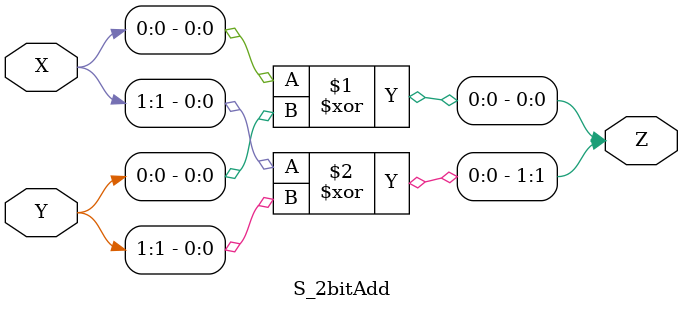
<source format=v>
module S_2bitAdd(X,Y,Z);
  
  input[1:0]X,Y;
  
  output [1:0]Z;
  
  xor x1(Z[0],X[0],Y[0]);
  
  xor x2(Z[1],X[1],Y[1]);
  
endmodule

</source>
